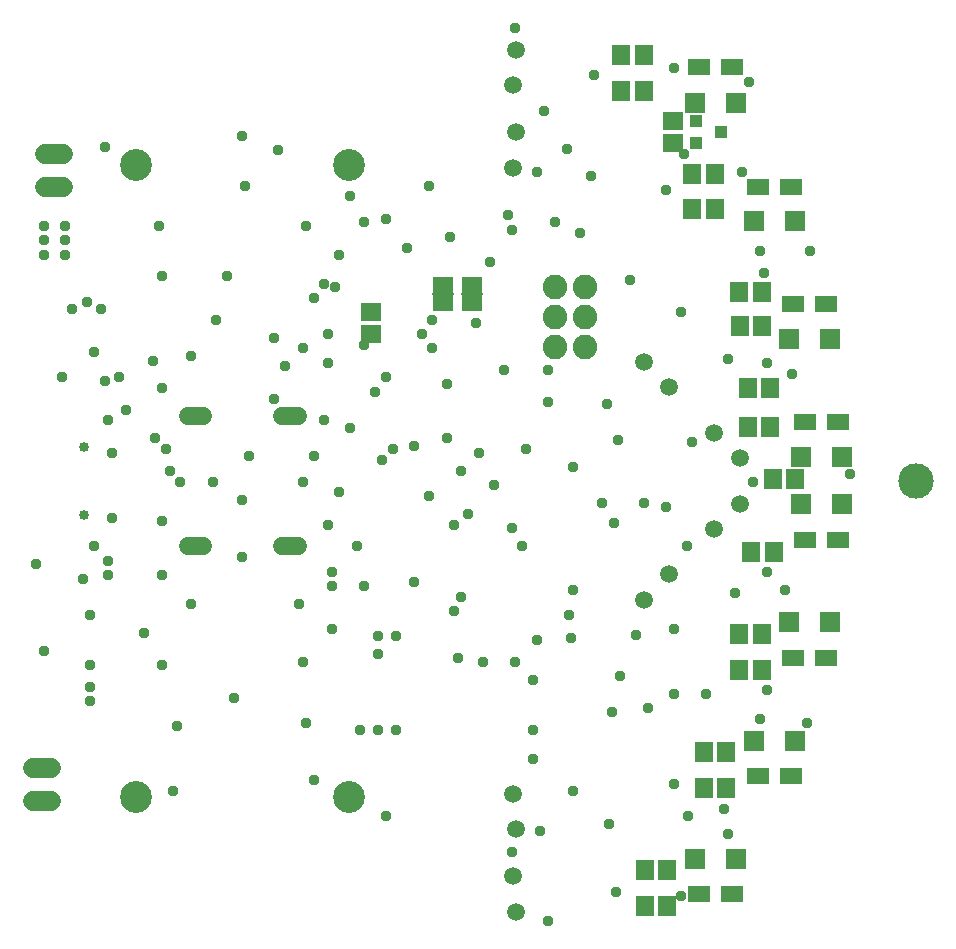
<source format=gbr>
G04 EAGLE Gerber RS-274X export*
G75*
%MOMM*%
%FSLAX34Y34*%
%LPD*%
%INSoldermask Bottom*%
%IPPOS*%
%AMOC8*
5,1,8,0,0,1.08239X$1,22.5*%
G01*
%ADD10C,1.511200*%
%ADD11C,2.703200*%
%ADD12C,1.511200*%
%ADD13C,0.853200*%
%ADD14C,1.727200*%
%ADD15C,3.003200*%
%ADD16C,2.082800*%
%ADD17R,1.703200X1.703200*%
%ADD18R,1.503200X1.803200*%
%ADD19R,1.103200X1.003200*%
%ADD20R,1.803200X1.503200*%
%ADD21R,1.903200X1.453200*%
%ADD22R,1.803400X1.371600*%
%ADD23R,1.828800X0.152400*%
%ADD24C,0.959600*%


D10*
X156540Y455000D02*
X143460Y455000D01*
X223460Y455000D02*
X236540Y455000D01*
D11*
X100000Y667500D03*
X280000Y667500D03*
D10*
X236540Y345000D02*
X223460Y345000D01*
X156540Y345000D02*
X143460Y345000D01*
D11*
X280000Y132500D03*
X100000Y132500D03*
D12*
X421307Y694943D03*
X418693Y665057D03*
X421307Y764943D03*
X418693Y735057D03*
X418693Y134943D03*
X421307Y105057D03*
X418693Y64943D03*
X421307Y35057D03*
X529393Y500607D03*
X550607Y479393D03*
X589393Y440607D03*
X610607Y419393D03*
X610607Y380607D03*
X589393Y359393D03*
X550607Y320607D03*
X529393Y299393D03*
D13*
X55550Y428900D03*
X55550Y371100D03*
D14*
X37620Y648730D02*
X22380Y648730D01*
X22380Y676670D02*
X37620Y676670D01*
D15*
X760000Y400000D03*
D14*
X27620Y128730D02*
X12380Y128730D01*
X12380Y156670D02*
X27620Y156670D01*
D16*
X454152Y563880D03*
X479552Y563880D03*
X454152Y538480D03*
X479552Y538480D03*
X454152Y513080D03*
X479552Y513080D03*
D17*
X607500Y720000D03*
X572500Y720000D03*
D18*
X529500Y730000D03*
X510500Y730000D03*
D17*
X657500Y620000D03*
X622500Y620000D03*
D18*
X589500Y630000D03*
X570500Y630000D03*
D17*
X687500Y520000D03*
X652500Y520000D03*
D18*
X630036Y530704D03*
X611036Y530704D03*
D17*
X697500Y420000D03*
X662500Y420000D03*
D18*
X636452Y445240D03*
X617452Y445240D03*
D17*
X697500Y380000D03*
X662500Y380000D03*
D18*
X657788Y401336D03*
X638788Y401336D03*
D17*
X687500Y280000D03*
X652500Y280000D03*
D18*
X629500Y270000D03*
X610500Y270000D03*
D17*
X657500Y180000D03*
X622500Y180000D03*
D18*
X599500Y170000D03*
X580500Y170000D03*
D17*
X607500Y80000D03*
X572500Y80000D03*
D18*
X549500Y70000D03*
X530500Y70000D03*
X529500Y760000D03*
X510500Y760000D03*
X589500Y660000D03*
X570500Y660000D03*
X629500Y560000D03*
X610500Y560000D03*
X636452Y478288D03*
X617452Y478288D03*
X639500Y340000D03*
X620500Y340000D03*
X629500Y240000D03*
X610500Y240000D03*
X599500Y140000D03*
X580500Y140000D03*
X549500Y40000D03*
X530500Y40000D03*
D19*
X573800Y685796D03*
X573800Y704796D03*
X594800Y695296D03*
D20*
X554244Y704796D03*
X554244Y685796D03*
D21*
X576000Y750000D03*
X604000Y750000D03*
X626160Y648448D03*
X654160Y648448D03*
X656000Y550000D03*
X684000Y550000D03*
X666000Y450000D03*
X694000Y450000D03*
X666000Y350000D03*
X694000Y350000D03*
X656000Y250000D03*
X684000Y250000D03*
X626000Y150000D03*
X654000Y150000D03*
X576000Y50000D03*
X604000Y50000D03*
D22*
X384048Y565404D03*
X384048Y550164D03*
D23*
X384048Y557784D03*
D22*
X359664Y565404D03*
X359664Y550164D03*
D23*
X359664Y557784D03*
D20*
X298704Y542900D03*
X298704Y523900D03*
D24*
X36576Y487680D03*
X60960Y286512D03*
X15240Y329184D03*
X76200Y451104D03*
X320040Y188976D03*
X304800Y188976D03*
X320040Y268224D03*
X39624Y615696D03*
X39624Y603504D03*
X21336Y615696D03*
X21336Y603504D03*
X21336Y591312D03*
X39624Y591312D03*
X195072Y420624D03*
X188976Y384048D03*
X137160Y399288D03*
X243840Y615696D03*
X118872Y615696D03*
X243840Y195072D03*
X134112Y192024D03*
X73152Y682752D03*
X192024Y649224D03*
X131064Y137160D03*
X310896Y115824D03*
X529872Y381000D03*
X188976Y691896D03*
X240792Y246888D03*
X182880Y216408D03*
X249936Y146304D03*
X121920Y243840D03*
X21336Y256032D03*
X289560Y188976D03*
X188976Y335280D03*
X393192Y246888D03*
X420624Y246888D03*
X467868Y266700D03*
X522732Y269748D03*
X374904Y301752D03*
X304800Y268224D03*
X304800Y252984D03*
X429768Y426720D03*
X335280Y313944D03*
X374904Y408432D03*
X448056Y27432D03*
X618744Y737616D03*
X347472Y387096D03*
X280416Y445008D03*
X362712Y481584D03*
X271272Y390144D03*
X350520Y512064D03*
X518160Y569976D03*
X554736Y274320D03*
X502920Y204216D03*
X469392Y137160D03*
X435864Y188976D03*
X435864Y231648D03*
X438912Y661416D03*
X484632Y658368D03*
X487680Y743712D03*
X445008Y713232D03*
X627888Y594360D03*
X560832Y542544D03*
X655320Y490728D03*
X649224Y307848D03*
X606552Y304800D03*
X627888Y198120D03*
X554736Y143256D03*
X600456Y100584D03*
X505968Y51816D03*
X441960Y103632D03*
X569976Y432816D03*
X146304Y295656D03*
X237744Y295656D03*
X219456Y679704D03*
X121920Y573024D03*
X176784Y573024D03*
X64008Y509016D03*
X566448Y344424D03*
X554736Y219456D03*
X533400Y207264D03*
X548640Y646176D03*
X600456Y502920D03*
X582168Y219456D03*
X216408Y469392D03*
X365760Y606552D03*
X670560Y594360D03*
X704088Y405384D03*
X621792Y399288D03*
X667512Y195072D03*
X347472Y649224D03*
X387096Y533400D03*
X399288Y585216D03*
X225552Y496824D03*
X167640Y536448D03*
X146304Y505968D03*
X335280Y429768D03*
X390144Y423672D03*
X262128Y499872D03*
X271272Y591312D03*
X280416Y641058D03*
X249936Y554736D03*
X262128Y524256D03*
X240792Y512064D03*
X216408Y521208D03*
X292608Y618744D03*
X164592Y399288D03*
X240792Y399288D03*
X249936Y420624D03*
X259080Y451104D03*
X371856Y249936D03*
X499872Y109728D03*
X566928Y115824D03*
X466344Y286512D03*
X368808Y289560D03*
X504444Y364236D03*
X402336Y396240D03*
X507492Y434340D03*
X498348Y464820D03*
X435864Y164592D03*
X414528Y624840D03*
X475488Y609600D03*
X57912Y551688D03*
X60960Y225552D03*
X70104Y545592D03*
X45720Y545592D03*
X60960Y213360D03*
X60960Y243840D03*
X54864Y316992D03*
X121920Y478536D03*
X114300Y501396D03*
X420624Y783336D03*
X121920Y320040D03*
X106680Y271272D03*
X438912Y265176D03*
X509016Y234696D03*
X368808Y362712D03*
X265176Y274320D03*
X292608Y310896D03*
X630936Y576072D03*
X612648Y661416D03*
X554736Y749808D03*
X633984Y499872D03*
X350520Y536448D03*
X307848Y417576D03*
X341376Y524256D03*
X316992Y426720D03*
X128016Y408432D03*
X262128Y362712D03*
X121920Y365760D03*
X286512Y344424D03*
X417576Y359664D03*
X469392Y411480D03*
X426720Y344424D03*
X493776Y381000D03*
X124968Y426720D03*
X259080Y566928D03*
X268224Y563880D03*
X115824Y435864D03*
X417576Y85344D03*
X464820Y681228D03*
X548640Y377952D03*
X448056Y493776D03*
X411480Y493776D03*
X454152Y618744D03*
X417576Y612648D03*
X310896Y487680D03*
X85344Y487680D03*
X301752Y475488D03*
X73152Y484632D03*
X265176Y310896D03*
X76200Y320040D03*
X265176Y323088D03*
X76200Y332232D03*
X560832Y48768D03*
X597408Y121920D03*
X633984Y222504D03*
X633984Y323088D03*
X362712Y435864D03*
X448056Y466344D03*
X381000Y371856D03*
X469392Y307848D03*
X563880Y676656D03*
X79248Y423672D03*
X79248Y368808D03*
X64008Y344424D03*
X91440Y460248D03*
X310896Y621792D03*
X329184Y597408D03*
X292608Y515112D03*
M02*

</source>
